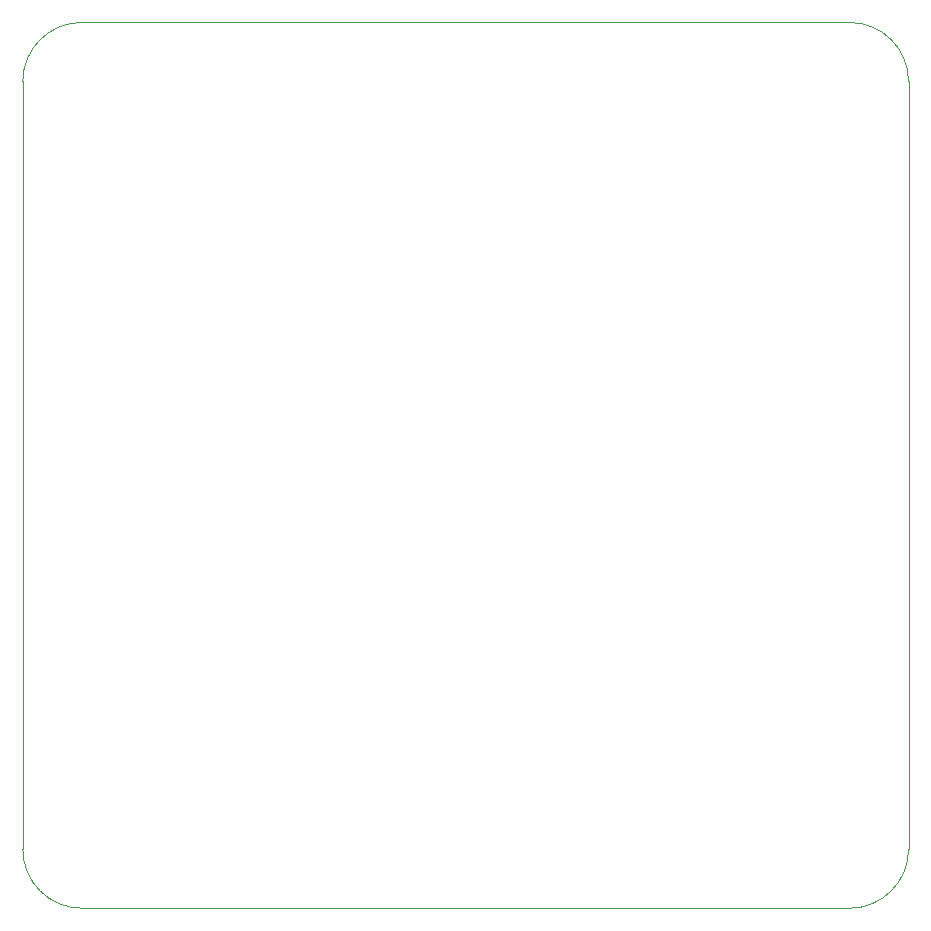
<source format=gm1>
G04 #@! TF.GenerationSoftware,KiCad,Pcbnew,5.1.10-88a1d61d58~90~ubuntu20.04.1*
G04 #@! TF.CreationDate,2021-08-30T21:25:50+02:00*
G04 #@! TF.ProjectId,eval_board_tmc6200-ta,6576616c-5f62-46f6-9172-645f746d6336,rev?*
G04 #@! TF.SameCoordinates,Original*
G04 #@! TF.FileFunction,Profile,NP*
%FSLAX46Y46*%
G04 Gerber Fmt 4.6, Leading zero omitted, Abs format (unit mm)*
G04 Created by KiCad (PCBNEW 5.1.10-88a1d61d58~90~ubuntu20.04.1) date 2021-08-30 21:25:50*
%MOMM*%
%LPD*%
G01*
G04 APERTURE LIST*
G04 #@! TA.AperFunction,Profile*
%ADD10C,0.100000*%
G04 #@! TD*
G04 APERTURE END LIST*
D10*
X265000000Y-45000000D02*
X265000000Y-110000000D01*
X260000000Y-115000000D02*
X195000000Y-115000000D01*
X190000000Y-110000000D02*
X190000000Y-45000000D01*
X195000000Y-40000000D02*
X260000000Y-40000000D01*
X260000000Y-40000000D02*
G75*
G02*
X265000000Y-45000000I0J-5000000D01*
G01*
X190000000Y-45000000D02*
G75*
G02*
X195000000Y-40000000I5000000J0D01*
G01*
X265000000Y-110000000D02*
G75*
G02*
X260000000Y-115000000I-5000000J0D01*
G01*
X195000000Y-115000000D02*
G75*
G02*
X190000000Y-110000000I0J5000000D01*
G01*
M02*

</source>
